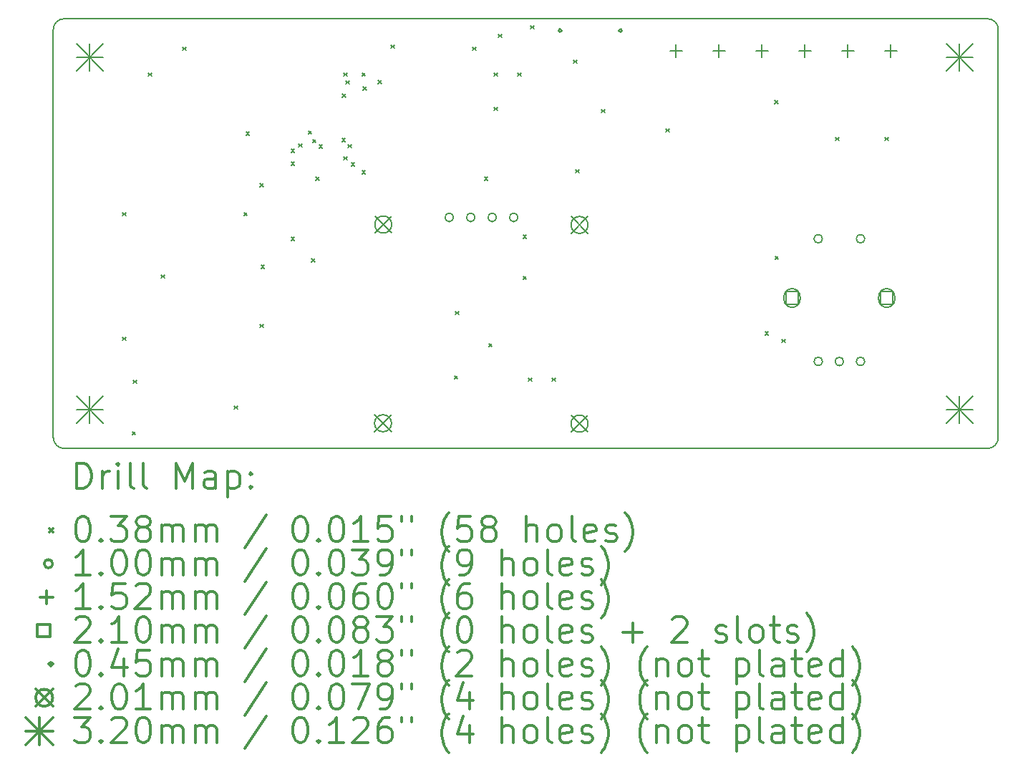
<source format=gbr>
%FSLAX45Y45*%
G04 Gerber Fmt 4.5, Leading zero omitted, Abs format (unit mm)*
G04 Created by KiCad (PCBNEW (5.1.6)-1) date 2021-08-19 23:31:27*
%MOMM*%
%LPD*%
G01*
G04 APERTURE LIST*
%TA.AperFunction,Profile*%
%ADD10C,0.149860*%
%TD*%
%TA.AperFunction,Profile*%
%ADD11C,0.150000*%
%TD*%
%ADD12C,0.200000*%
%ADD13C,0.300000*%
G04 APERTURE END LIST*
D10*
X6858000Y-10541000D02*
G75*
G02*
X6985000Y-10414000I127000J0D01*
G01*
X6985000Y-15494000D02*
G75*
G02*
X6858000Y-15367000I0J127000D01*
G01*
D11*
X17907000Y-10414000D02*
G75*
G02*
X18034000Y-10541000I0J-127000D01*
G01*
X18034000Y-15367000D02*
G75*
G02*
X17907000Y-15494000I-127000J0D01*
G01*
X6858000Y-10541000D02*
X6858000Y-15367000D01*
X17907000Y-10414000D02*
X6985000Y-10414000D01*
X18034000Y-15367000D02*
X18034000Y-10541000D01*
X6985000Y-15494000D02*
X17907000Y-15494000D01*
D12*
X7677150Y-12706350D02*
X7715250Y-12744450D01*
X7715250Y-12706350D02*
X7677150Y-12744450D01*
X7677150Y-14179550D02*
X7715250Y-14217650D01*
X7715250Y-14179550D02*
X7677150Y-14217650D01*
X7791450Y-15297150D02*
X7829550Y-15335250D01*
X7829550Y-15297150D02*
X7791450Y-15335250D01*
X7804150Y-14687550D02*
X7842250Y-14725650D01*
X7842250Y-14687550D02*
X7804150Y-14725650D01*
X7981950Y-11055350D02*
X8020050Y-11093450D01*
X8020050Y-11055350D02*
X7981950Y-11093450D01*
X8134350Y-13442950D02*
X8172450Y-13481050D01*
X8172450Y-13442950D02*
X8134350Y-13481050D01*
X8388350Y-10750550D02*
X8426450Y-10788650D01*
X8426450Y-10750550D02*
X8388350Y-10788650D01*
X8997950Y-14992350D02*
X9036050Y-15030450D01*
X9036050Y-14992350D02*
X8997950Y-15030450D01*
X9112250Y-12706350D02*
X9150350Y-12744450D01*
X9150350Y-12706350D02*
X9112250Y-12744450D01*
X9137650Y-11753850D02*
X9175750Y-11791950D01*
X9175750Y-11753850D02*
X9137650Y-11791950D01*
X9302750Y-12363450D02*
X9340850Y-12401550D01*
X9340850Y-12363450D02*
X9302750Y-12401550D01*
X9302750Y-14027150D02*
X9340850Y-14065250D01*
X9340850Y-14027150D02*
X9302750Y-14065250D01*
X9315450Y-13328650D02*
X9353550Y-13366750D01*
X9353550Y-13328650D02*
X9315450Y-13366750D01*
X9671050Y-11957050D02*
X9709150Y-11995150D01*
X9709150Y-11957050D02*
X9671050Y-11995150D01*
X9671050Y-12109450D02*
X9709150Y-12147550D01*
X9709150Y-12109450D02*
X9671050Y-12147550D01*
X9671050Y-12998450D02*
X9709150Y-13036550D01*
X9709150Y-12998450D02*
X9671050Y-13036550D01*
X9759950Y-11893550D02*
X9798050Y-11931650D01*
X9798050Y-11893550D02*
X9759950Y-11931650D01*
X9874250Y-11741150D02*
X9912350Y-11779250D01*
X9912350Y-11741150D02*
X9874250Y-11779250D01*
X9912350Y-13252450D02*
X9950450Y-13290550D01*
X9950450Y-13252450D02*
X9912350Y-13290550D01*
X9925050Y-11842750D02*
X9963150Y-11880850D01*
X9963150Y-11842750D02*
X9925050Y-11880850D01*
X9963150Y-12287250D02*
X10001250Y-12325350D01*
X10001250Y-12287250D02*
X9963150Y-12325350D01*
X10001250Y-11906250D02*
X10039350Y-11944350D01*
X10039350Y-11906250D02*
X10001250Y-11944350D01*
X10271760Y-11830050D02*
X10309860Y-11868150D01*
X10309860Y-11830050D02*
X10271760Y-11868150D01*
X10277446Y-11306146D02*
X10315546Y-11344246D01*
X10315546Y-11306146D02*
X10277446Y-11344246D01*
X10293350Y-11055347D02*
X10331450Y-11093447D01*
X10331450Y-11055347D02*
X10293350Y-11093447D01*
X10293350Y-12045950D02*
X10331450Y-12084050D01*
X10331450Y-12045950D02*
X10293350Y-12084050D01*
X10319867Y-11148159D02*
X10357967Y-11186259D01*
X10357967Y-11148159D02*
X10319867Y-11186259D01*
X10344150Y-11902440D02*
X10382250Y-11940540D01*
X10382250Y-11902440D02*
X10344150Y-11940540D01*
X10382250Y-12118340D02*
X10420350Y-12156440D01*
X10420350Y-12118340D02*
X10382250Y-12156440D01*
X10509250Y-11055350D02*
X10547350Y-11093450D01*
X10547350Y-11055350D02*
X10509250Y-11093450D01*
X10509250Y-12211050D02*
X10547350Y-12249150D01*
X10547350Y-12211050D02*
X10509250Y-12249150D01*
X10521950Y-11220450D02*
X10560050Y-11258550D01*
X10560050Y-11220450D02*
X10521950Y-11258550D01*
X10699750Y-11144250D02*
X10737850Y-11182350D01*
X10737850Y-11144250D02*
X10699750Y-11182350D01*
X10852150Y-10725150D02*
X10890250Y-10763250D01*
X10890250Y-10725150D02*
X10852150Y-10763250D01*
X11601450Y-14636750D02*
X11639550Y-14674850D01*
X11639550Y-14636750D02*
X11601450Y-14674850D01*
X11614150Y-13874750D02*
X11652250Y-13912850D01*
X11652250Y-13874750D02*
X11614150Y-13912850D01*
X11817350Y-10750550D02*
X11855450Y-10788650D01*
X11855450Y-10750550D02*
X11817350Y-10788650D01*
X11957050Y-12287250D02*
X11995150Y-12325350D01*
X11995150Y-12287250D02*
X11957050Y-12325350D01*
X12007850Y-14255750D02*
X12045950Y-14293850D01*
X12045950Y-14255750D02*
X12007850Y-14293850D01*
X12071350Y-11055350D02*
X12109450Y-11093450D01*
X12109450Y-11055350D02*
X12071350Y-11093450D01*
X12071350Y-11461750D02*
X12109450Y-11499850D01*
X12109450Y-11461750D02*
X12071350Y-11499850D01*
X12122150Y-10598150D02*
X12160250Y-10636250D01*
X12160250Y-10598150D02*
X12122150Y-10636250D01*
X12350750Y-11055350D02*
X12388850Y-11093450D01*
X12388850Y-11055350D02*
X12350750Y-11093450D01*
X12414250Y-12973050D02*
X12452350Y-13011150D01*
X12452350Y-12973050D02*
X12414250Y-13011150D01*
X12414250Y-13459460D02*
X12452350Y-13497560D01*
X12452350Y-13459460D02*
X12414250Y-13497560D01*
X12477750Y-14662150D02*
X12515850Y-14700250D01*
X12515850Y-14662150D02*
X12477750Y-14700250D01*
X12503150Y-10496550D02*
X12541250Y-10534650D01*
X12541250Y-10496550D02*
X12503150Y-10534650D01*
X12757150Y-14662150D02*
X12795250Y-14700250D01*
X12795250Y-14662150D02*
X12757150Y-14700250D01*
X13011150Y-10902950D02*
X13049250Y-10941050D01*
X13049250Y-10902950D02*
X13011150Y-10941050D01*
X13036550Y-12198350D02*
X13074650Y-12236450D01*
X13074650Y-12198350D02*
X13036550Y-12236450D01*
X13341350Y-11487150D02*
X13379450Y-11525250D01*
X13379450Y-11487150D02*
X13341350Y-11525250D01*
X14103350Y-11715750D02*
X14141450Y-11753850D01*
X14141450Y-11715750D02*
X14103350Y-11753850D01*
X15275560Y-14116050D02*
X15313660Y-14154150D01*
X15313660Y-14116050D02*
X15275560Y-14154150D01*
X15392400Y-11379200D02*
X15430500Y-11417300D01*
X15430500Y-11379200D02*
X15392400Y-11417300D01*
X15395545Y-13223845D02*
X15433645Y-13261945D01*
X15433645Y-13223845D02*
X15395545Y-13261945D01*
X15474950Y-14204950D02*
X15513050Y-14243050D01*
X15513050Y-14204950D02*
X15474950Y-14243050D01*
X16109950Y-11817350D02*
X16148050Y-11855450D01*
X16148050Y-11817350D02*
X16109950Y-11855450D01*
X16694150Y-11817350D02*
X16732250Y-11855450D01*
X16732250Y-11817350D02*
X16694150Y-11855450D01*
X11590490Y-12763500D02*
G75*
G03*
X11590490Y-12763500I-50000J0D01*
G01*
X11844490Y-12763500D02*
G75*
G03*
X11844490Y-12763500I-50000J0D01*
G01*
X12098490Y-12763500D02*
G75*
G03*
X12098490Y-12763500I-50000J0D01*
G01*
X12352490Y-12763500D02*
G75*
G03*
X12352490Y-12763500I-50000J0D01*
G01*
X15954400Y-13016000D02*
G75*
G03*
X15954400Y-13016000I-50000J0D01*
G01*
X15954400Y-14466000D02*
G75*
G03*
X15954400Y-14466000I-50000J0D01*
G01*
X16204400Y-14466000D02*
G75*
G03*
X16204400Y-14466000I-50000J0D01*
G01*
X16454400Y-13016000D02*
G75*
G03*
X16454400Y-13016000I-50000J0D01*
G01*
X16454400Y-14466000D02*
G75*
G03*
X16454400Y-14466000I-50000J0D01*
G01*
X14224000Y-10719000D02*
X14224000Y-10871000D01*
X14148000Y-10795000D02*
X14300000Y-10795000D01*
X14732000Y-10719000D02*
X14732000Y-10871000D01*
X14656000Y-10795000D02*
X14808000Y-10795000D01*
X15240000Y-10719000D02*
X15240000Y-10871000D01*
X15164000Y-10795000D02*
X15316000Y-10795000D01*
X15748000Y-10719000D02*
X15748000Y-10871000D01*
X15672000Y-10795000D02*
X15824000Y-10795000D01*
X16256000Y-10719000D02*
X16256000Y-10871000D01*
X16180000Y-10795000D02*
X16332000Y-10795000D01*
X16764000Y-10719000D02*
X16764000Y-10871000D01*
X16688000Y-10795000D02*
X16840000Y-10795000D01*
X15668647Y-13790247D02*
X15668647Y-13641753D01*
X15520153Y-13641753D01*
X15520153Y-13790247D01*
X15668647Y-13790247D01*
X15499400Y-13701000D02*
X15499400Y-13731000D01*
X15689400Y-13701000D02*
X15689400Y-13731000D01*
X15499400Y-13731000D02*
G75*
G03*
X15689400Y-13731000I95000J0D01*
G01*
X15689400Y-13701000D02*
G75*
G03*
X15499400Y-13701000I-95000J0D01*
G01*
X16788647Y-13790247D02*
X16788647Y-13641753D01*
X16640153Y-13641753D01*
X16640153Y-13790247D01*
X16788647Y-13790247D01*
X16619400Y-13701000D02*
X16619400Y-13731000D01*
X16809400Y-13701000D02*
X16809400Y-13731000D01*
X16619400Y-13731000D02*
G75*
G03*
X16809400Y-13731000I95000J0D01*
G01*
X16809400Y-13701000D02*
G75*
G03*
X16619400Y-13701000I-95000J0D01*
G01*
X12850500Y-10576200D02*
X12873000Y-10553700D01*
X12850500Y-10531200D01*
X12828000Y-10553700D01*
X12850500Y-10576200D01*
X13565500Y-10576200D02*
X13588000Y-10553700D01*
X13565500Y-10531200D01*
X13543000Y-10553700D01*
X13565500Y-10576200D01*
X10656570Y-15096490D02*
X10857230Y-15297150D01*
X10857230Y-15096490D02*
X10656570Y-15297150D01*
X10857230Y-15196820D02*
G75*
G03*
X10857230Y-15196820I-100330J0D01*
G01*
X10660126Y-12747244D02*
X10860786Y-12947904D01*
X10860786Y-12747244D02*
X10660126Y-12947904D01*
X10860786Y-12847574D02*
G75*
G03*
X10860786Y-12847574I-100330J0D01*
G01*
X12980670Y-12752070D02*
X13181330Y-12952730D01*
X13181330Y-12752070D02*
X12980670Y-12952730D01*
X13181330Y-12852400D02*
G75*
G03*
X13181330Y-12852400I-100330J0D01*
G01*
X12980670Y-15101570D02*
X13181330Y-15302230D01*
X13181330Y-15101570D02*
X12980670Y-15302230D01*
X13181330Y-15201900D02*
G75*
G03*
X13181330Y-15201900I-100330J0D01*
G01*
X17416800Y-10711200D02*
X17736800Y-11031200D01*
X17736800Y-10711200D02*
X17416800Y-11031200D01*
X17576800Y-10711200D02*
X17576800Y-11031200D01*
X17416800Y-10871200D02*
X17736800Y-10871200D01*
X7129800Y-10711200D02*
X7449800Y-11031200D01*
X7449800Y-10711200D02*
X7129800Y-11031200D01*
X7289800Y-10711200D02*
X7289800Y-11031200D01*
X7129800Y-10871200D02*
X7449800Y-10871200D01*
X7129800Y-14876800D02*
X7449800Y-15196800D01*
X7449800Y-14876800D02*
X7129800Y-15196800D01*
X7289800Y-14876800D02*
X7289800Y-15196800D01*
X7129800Y-15036800D02*
X7449800Y-15036800D01*
X17416800Y-14876800D02*
X17736800Y-15196800D01*
X17736800Y-14876800D02*
X17416800Y-15196800D01*
X17576800Y-14876800D02*
X17576800Y-15196800D01*
X17416800Y-15036800D02*
X17736800Y-15036800D01*
D13*
X7136928Y-15967214D02*
X7136928Y-15667214D01*
X7208357Y-15667214D01*
X7251214Y-15681500D01*
X7279786Y-15710071D01*
X7294071Y-15738643D01*
X7308357Y-15795786D01*
X7308357Y-15838643D01*
X7294071Y-15895786D01*
X7279786Y-15924357D01*
X7251214Y-15952929D01*
X7208357Y-15967214D01*
X7136928Y-15967214D01*
X7436928Y-15967214D02*
X7436928Y-15767214D01*
X7436928Y-15824357D02*
X7451214Y-15795786D01*
X7465500Y-15781500D01*
X7494071Y-15767214D01*
X7522643Y-15767214D01*
X7622643Y-15967214D02*
X7622643Y-15767214D01*
X7622643Y-15667214D02*
X7608357Y-15681500D01*
X7622643Y-15695786D01*
X7636928Y-15681500D01*
X7622643Y-15667214D01*
X7622643Y-15695786D01*
X7808357Y-15967214D02*
X7779786Y-15952929D01*
X7765500Y-15924357D01*
X7765500Y-15667214D01*
X7965500Y-15967214D02*
X7936928Y-15952929D01*
X7922643Y-15924357D01*
X7922643Y-15667214D01*
X8308357Y-15967214D02*
X8308357Y-15667214D01*
X8408357Y-15881500D01*
X8508357Y-15667214D01*
X8508357Y-15967214D01*
X8779786Y-15967214D02*
X8779786Y-15810071D01*
X8765500Y-15781500D01*
X8736928Y-15767214D01*
X8679786Y-15767214D01*
X8651214Y-15781500D01*
X8779786Y-15952929D02*
X8751214Y-15967214D01*
X8679786Y-15967214D01*
X8651214Y-15952929D01*
X8636928Y-15924357D01*
X8636928Y-15895786D01*
X8651214Y-15867214D01*
X8679786Y-15852929D01*
X8751214Y-15852929D01*
X8779786Y-15838643D01*
X8922643Y-15767214D02*
X8922643Y-16067214D01*
X8922643Y-15781500D02*
X8951214Y-15767214D01*
X9008357Y-15767214D01*
X9036928Y-15781500D01*
X9051214Y-15795786D01*
X9065500Y-15824357D01*
X9065500Y-15910071D01*
X9051214Y-15938643D01*
X9036928Y-15952929D01*
X9008357Y-15967214D01*
X8951214Y-15967214D01*
X8922643Y-15952929D01*
X9194071Y-15938643D02*
X9208357Y-15952929D01*
X9194071Y-15967214D01*
X9179786Y-15952929D01*
X9194071Y-15938643D01*
X9194071Y-15967214D01*
X9194071Y-15781500D02*
X9208357Y-15795786D01*
X9194071Y-15810071D01*
X9179786Y-15795786D01*
X9194071Y-15781500D01*
X9194071Y-15810071D01*
X6812400Y-16442450D02*
X6850500Y-16480550D01*
X6850500Y-16442450D02*
X6812400Y-16480550D01*
X7194071Y-16297214D02*
X7222643Y-16297214D01*
X7251214Y-16311500D01*
X7265500Y-16325786D01*
X7279786Y-16354357D01*
X7294071Y-16411500D01*
X7294071Y-16482929D01*
X7279786Y-16540071D01*
X7265500Y-16568643D01*
X7251214Y-16582929D01*
X7222643Y-16597214D01*
X7194071Y-16597214D01*
X7165500Y-16582929D01*
X7151214Y-16568643D01*
X7136928Y-16540071D01*
X7122643Y-16482929D01*
X7122643Y-16411500D01*
X7136928Y-16354357D01*
X7151214Y-16325786D01*
X7165500Y-16311500D01*
X7194071Y-16297214D01*
X7422643Y-16568643D02*
X7436928Y-16582929D01*
X7422643Y-16597214D01*
X7408357Y-16582929D01*
X7422643Y-16568643D01*
X7422643Y-16597214D01*
X7536928Y-16297214D02*
X7722643Y-16297214D01*
X7622643Y-16411500D01*
X7665500Y-16411500D01*
X7694071Y-16425786D01*
X7708357Y-16440071D01*
X7722643Y-16468643D01*
X7722643Y-16540071D01*
X7708357Y-16568643D01*
X7694071Y-16582929D01*
X7665500Y-16597214D01*
X7579786Y-16597214D01*
X7551214Y-16582929D01*
X7536928Y-16568643D01*
X7894071Y-16425786D02*
X7865500Y-16411500D01*
X7851214Y-16397214D01*
X7836928Y-16368643D01*
X7836928Y-16354357D01*
X7851214Y-16325786D01*
X7865500Y-16311500D01*
X7894071Y-16297214D01*
X7951214Y-16297214D01*
X7979786Y-16311500D01*
X7994071Y-16325786D01*
X8008357Y-16354357D01*
X8008357Y-16368643D01*
X7994071Y-16397214D01*
X7979786Y-16411500D01*
X7951214Y-16425786D01*
X7894071Y-16425786D01*
X7865500Y-16440071D01*
X7851214Y-16454357D01*
X7836928Y-16482929D01*
X7836928Y-16540071D01*
X7851214Y-16568643D01*
X7865500Y-16582929D01*
X7894071Y-16597214D01*
X7951214Y-16597214D01*
X7979786Y-16582929D01*
X7994071Y-16568643D01*
X8008357Y-16540071D01*
X8008357Y-16482929D01*
X7994071Y-16454357D01*
X7979786Y-16440071D01*
X7951214Y-16425786D01*
X8136928Y-16597214D02*
X8136928Y-16397214D01*
X8136928Y-16425786D02*
X8151214Y-16411500D01*
X8179786Y-16397214D01*
X8222643Y-16397214D01*
X8251214Y-16411500D01*
X8265500Y-16440071D01*
X8265500Y-16597214D01*
X8265500Y-16440071D02*
X8279786Y-16411500D01*
X8308357Y-16397214D01*
X8351214Y-16397214D01*
X8379786Y-16411500D01*
X8394071Y-16440071D01*
X8394071Y-16597214D01*
X8536928Y-16597214D02*
X8536928Y-16397214D01*
X8536928Y-16425786D02*
X8551214Y-16411500D01*
X8579786Y-16397214D01*
X8622643Y-16397214D01*
X8651214Y-16411500D01*
X8665500Y-16440071D01*
X8665500Y-16597214D01*
X8665500Y-16440071D02*
X8679786Y-16411500D01*
X8708357Y-16397214D01*
X8751214Y-16397214D01*
X8779786Y-16411500D01*
X8794071Y-16440071D01*
X8794071Y-16597214D01*
X9379786Y-16282929D02*
X9122643Y-16668643D01*
X9765500Y-16297214D02*
X9794071Y-16297214D01*
X9822643Y-16311500D01*
X9836928Y-16325786D01*
X9851214Y-16354357D01*
X9865500Y-16411500D01*
X9865500Y-16482929D01*
X9851214Y-16540071D01*
X9836928Y-16568643D01*
X9822643Y-16582929D01*
X9794071Y-16597214D01*
X9765500Y-16597214D01*
X9736928Y-16582929D01*
X9722643Y-16568643D01*
X9708357Y-16540071D01*
X9694071Y-16482929D01*
X9694071Y-16411500D01*
X9708357Y-16354357D01*
X9722643Y-16325786D01*
X9736928Y-16311500D01*
X9765500Y-16297214D01*
X9994071Y-16568643D02*
X10008357Y-16582929D01*
X9994071Y-16597214D01*
X9979786Y-16582929D01*
X9994071Y-16568643D01*
X9994071Y-16597214D01*
X10194071Y-16297214D02*
X10222643Y-16297214D01*
X10251214Y-16311500D01*
X10265500Y-16325786D01*
X10279786Y-16354357D01*
X10294071Y-16411500D01*
X10294071Y-16482929D01*
X10279786Y-16540071D01*
X10265500Y-16568643D01*
X10251214Y-16582929D01*
X10222643Y-16597214D01*
X10194071Y-16597214D01*
X10165500Y-16582929D01*
X10151214Y-16568643D01*
X10136928Y-16540071D01*
X10122643Y-16482929D01*
X10122643Y-16411500D01*
X10136928Y-16354357D01*
X10151214Y-16325786D01*
X10165500Y-16311500D01*
X10194071Y-16297214D01*
X10579786Y-16597214D02*
X10408357Y-16597214D01*
X10494071Y-16597214D02*
X10494071Y-16297214D01*
X10465500Y-16340071D01*
X10436928Y-16368643D01*
X10408357Y-16382929D01*
X10851214Y-16297214D02*
X10708357Y-16297214D01*
X10694071Y-16440071D01*
X10708357Y-16425786D01*
X10736928Y-16411500D01*
X10808357Y-16411500D01*
X10836928Y-16425786D01*
X10851214Y-16440071D01*
X10865500Y-16468643D01*
X10865500Y-16540071D01*
X10851214Y-16568643D01*
X10836928Y-16582929D01*
X10808357Y-16597214D01*
X10736928Y-16597214D01*
X10708357Y-16582929D01*
X10694071Y-16568643D01*
X10979786Y-16297214D02*
X10979786Y-16354357D01*
X11094071Y-16297214D02*
X11094071Y-16354357D01*
X11536928Y-16711500D02*
X11522643Y-16697214D01*
X11494071Y-16654357D01*
X11479786Y-16625786D01*
X11465500Y-16582929D01*
X11451214Y-16511500D01*
X11451214Y-16454357D01*
X11465500Y-16382929D01*
X11479786Y-16340071D01*
X11494071Y-16311500D01*
X11522643Y-16268643D01*
X11536928Y-16254357D01*
X11794071Y-16297214D02*
X11651214Y-16297214D01*
X11636928Y-16440071D01*
X11651214Y-16425786D01*
X11679786Y-16411500D01*
X11751214Y-16411500D01*
X11779786Y-16425786D01*
X11794071Y-16440071D01*
X11808357Y-16468643D01*
X11808357Y-16540071D01*
X11794071Y-16568643D01*
X11779786Y-16582929D01*
X11751214Y-16597214D01*
X11679786Y-16597214D01*
X11651214Y-16582929D01*
X11636928Y-16568643D01*
X11979786Y-16425786D02*
X11951214Y-16411500D01*
X11936928Y-16397214D01*
X11922643Y-16368643D01*
X11922643Y-16354357D01*
X11936928Y-16325786D01*
X11951214Y-16311500D01*
X11979786Y-16297214D01*
X12036928Y-16297214D01*
X12065500Y-16311500D01*
X12079786Y-16325786D01*
X12094071Y-16354357D01*
X12094071Y-16368643D01*
X12079786Y-16397214D01*
X12065500Y-16411500D01*
X12036928Y-16425786D01*
X11979786Y-16425786D01*
X11951214Y-16440071D01*
X11936928Y-16454357D01*
X11922643Y-16482929D01*
X11922643Y-16540071D01*
X11936928Y-16568643D01*
X11951214Y-16582929D01*
X11979786Y-16597214D01*
X12036928Y-16597214D01*
X12065500Y-16582929D01*
X12079786Y-16568643D01*
X12094071Y-16540071D01*
X12094071Y-16482929D01*
X12079786Y-16454357D01*
X12065500Y-16440071D01*
X12036928Y-16425786D01*
X12451214Y-16597214D02*
X12451214Y-16297214D01*
X12579786Y-16597214D02*
X12579786Y-16440071D01*
X12565500Y-16411500D01*
X12536928Y-16397214D01*
X12494071Y-16397214D01*
X12465500Y-16411500D01*
X12451214Y-16425786D01*
X12765500Y-16597214D02*
X12736928Y-16582929D01*
X12722643Y-16568643D01*
X12708357Y-16540071D01*
X12708357Y-16454357D01*
X12722643Y-16425786D01*
X12736928Y-16411500D01*
X12765500Y-16397214D01*
X12808357Y-16397214D01*
X12836928Y-16411500D01*
X12851214Y-16425786D01*
X12865500Y-16454357D01*
X12865500Y-16540071D01*
X12851214Y-16568643D01*
X12836928Y-16582929D01*
X12808357Y-16597214D01*
X12765500Y-16597214D01*
X13036928Y-16597214D02*
X13008357Y-16582929D01*
X12994071Y-16554357D01*
X12994071Y-16297214D01*
X13265500Y-16582929D02*
X13236928Y-16597214D01*
X13179786Y-16597214D01*
X13151214Y-16582929D01*
X13136928Y-16554357D01*
X13136928Y-16440071D01*
X13151214Y-16411500D01*
X13179786Y-16397214D01*
X13236928Y-16397214D01*
X13265500Y-16411500D01*
X13279786Y-16440071D01*
X13279786Y-16468643D01*
X13136928Y-16497214D01*
X13394071Y-16582929D02*
X13422643Y-16597214D01*
X13479786Y-16597214D01*
X13508357Y-16582929D01*
X13522643Y-16554357D01*
X13522643Y-16540071D01*
X13508357Y-16511500D01*
X13479786Y-16497214D01*
X13436928Y-16497214D01*
X13408357Y-16482929D01*
X13394071Y-16454357D01*
X13394071Y-16440071D01*
X13408357Y-16411500D01*
X13436928Y-16397214D01*
X13479786Y-16397214D01*
X13508357Y-16411500D01*
X13622643Y-16711500D02*
X13636928Y-16697214D01*
X13665500Y-16654357D01*
X13679786Y-16625786D01*
X13694071Y-16582929D01*
X13708357Y-16511500D01*
X13708357Y-16454357D01*
X13694071Y-16382929D01*
X13679786Y-16340071D01*
X13665500Y-16311500D01*
X13636928Y-16268643D01*
X13622643Y-16254357D01*
X6850500Y-16857500D02*
G75*
G03*
X6850500Y-16857500I-50000J0D01*
G01*
X7294071Y-16993214D02*
X7122643Y-16993214D01*
X7208357Y-16993214D02*
X7208357Y-16693214D01*
X7179786Y-16736071D01*
X7151214Y-16764643D01*
X7122643Y-16778929D01*
X7422643Y-16964643D02*
X7436928Y-16978929D01*
X7422643Y-16993214D01*
X7408357Y-16978929D01*
X7422643Y-16964643D01*
X7422643Y-16993214D01*
X7622643Y-16693214D02*
X7651214Y-16693214D01*
X7679786Y-16707500D01*
X7694071Y-16721786D01*
X7708357Y-16750357D01*
X7722643Y-16807500D01*
X7722643Y-16878929D01*
X7708357Y-16936072D01*
X7694071Y-16964643D01*
X7679786Y-16978929D01*
X7651214Y-16993214D01*
X7622643Y-16993214D01*
X7594071Y-16978929D01*
X7579786Y-16964643D01*
X7565500Y-16936072D01*
X7551214Y-16878929D01*
X7551214Y-16807500D01*
X7565500Y-16750357D01*
X7579786Y-16721786D01*
X7594071Y-16707500D01*
X7622643Y-16693214D01*
X7908357Y-16693214D02*
X7936928Y-16693214D01*
X7965500Y-16707500D01*
X7979786Y-16721786D01*
X7994071Y-16750357D01*
X8008357Y-16807500D01*
X8008357Y-16878929D01*
X7994071Y-16936072D01*
X7979786Y-16964643D01*
X7965500Y-16978929D01*
X7936928Y-16993214D01*
X7908357Y-16993214D01*
X7879786Y-16978929D01*
X7865500Y-16964643D01*
X7851214Y-16936072D01*
X7836928Y-16878929D01*
X7836928Y-16807500D01*
X7851214Y-16750357D01*
X7865500Y-16721786D01*
X7879786Y-16707500D01*
X7908357Y-16693214D01*
X8136928Y-16993214D02*
X8136928Y-16793214D01*
X8136928Y-16821786D02*
X8151214Y-16807500D01*
X8179786Y-16793214D01*
X8222643Y-16793214D01*
X8251214Y-16807500D01*
X8265500Y-16836072D01*
X8265500Y-16993214D01*
X8265500Y-16836072D02*
X8279786Y-16807500D01*
X8308357Y-16793214D01*
X8351214Y-16793214D01*
X8379786Y-16807500D01*
X8394071Y-16836072D01*
X8394071Y-16993214D01*
X8536928Y-16993214D02*
X8536928Y-16793214D01*
X8536928Y-16821786D02*
X8551214Y-16807500D01*
X8579786Y-16793214D01*
X8622643Y-16793214D01*
X8651214Y-16807500D01*
X8665500Y-16836072D01*
X8665500Y-16993214D01*
X8665500Y-16836072D02*
X8679786Y-16807500D01*
X8708357Y-16793214D01*
X8751214Y-16793214D01*
X8779786Y-16807500D01*
X8794071Y-16836072D01*
X8794071Y-16993214D01*
X9379786Y-16678929D02*
X9122643Y-17064643D01*
X9765500Y-16693214D02*
X9794071Y-16693214D01*
X9822643Y-16707500D01*
X9836928Y-16721786D01*
X9851214Y-16750357D01*
X9865500Y-16807500D01*
X9865500Y-16878929D01*
X9851214Y-16936072D01*
X9836928Y-16964643D01*
X9822643Y-16978929D01*
X9794071Y-16993214D01*
X9765500Y-16993214D01*
X9736928Y-16978929D01*
X9722643Y-16964643D01*
X9708357Y-16936072D01*
X9694071Y-16878929D01*
X9694071Y-16807500D01*
X9708357Y-16750357D01*
X9722643Y-16721786D01*
X9736928Y-16707500D01*
X9765500Y-16693214D01*
X9994071Y-16964643D02*
X10008357Y-16978929D01*
X9994071Y-16993214D01*
X9979786Y-16978929D01*
X9994071Y-16964643D01*
X9994071Y-16993214D01*
X10194071Y-16693214D02*
X10222643Y-16693214D01*
X10251214Y-16707500D01*
X10265500Y-16721786D01*
X10279786Y-16750357D01*
X10294071Y-16807500D01*
X10294071Y-16878929D01*
X10279786Y-16936072D01*
X10265500Y-16964643D01*
X10251214Y-16978929D01*
X10222643Y-16993214D01*
X10194071Y-16993214D01*
X10165500Y-16978929D01*
X10151214Y-16964643D01*
X10136928Y-16936072D01*
X10122643Y-16878929D01*
X10122643Y-16807500D01*
X10136928Y-16750357D01*
X10151214Y-16721786D01*
X10165500Y-16707500D01*
X10194071Y-16693214D01*
X10394071Y-16693214D02*
X10579786Y-16693214D01*
X10479786Y-16807500D01*
X10522643Y-16807500D01*
X10551214Y-16821786D01*
X10565500Y-16836072D01*
X10579786Y-16864643D01*
X10579786Y-16936072D01*
X10565500Y-16964643D01*
X10551214Y-16978929D01*
X10522643Y-16993214D01*
X10436928Y-16993214D01*
X10408357Y-16978929D01*
X10394071Y-16964643D01*
X10722643Y-16993214D02*
X10779786Y-16993214D01*
X10808357Y-16978929D01*
X10822643Y-16964643D01*
X10851214Y-16921786D01*
X10865500Y-16864643D01*
X10865500Y-16750357D01*
X10851214Y-16721786D01*
X10836928Y-16707500D01*
X10808357Y-16693214D01*
X10751214Y-16693214D01*
X10722643Y-16707500D01*
X10708357Y-16721786D01*
X10694071Y-16750357D01*
X10694071Y-16821786D01*
X10708357Y-16850357D01*
X10722643Y-16864643D01*
X10751214Y-16878929D01*
X10808357Y-16878929D01*
X10836928Y-16864643D01*
X10851214Y-16850357D01*
X10865500Y-16821786D01*
X10979786Y-16693214D02*
X10979786Y-16750357D01*
X11094071Y-16693214D02*
X11094071Y-16750357D01*
X11536928Y-17107500D02*
X11522643Y-17093214D01*
X11494071Y-17050357D01*
X11479786Y-17021786D01*
X11465500Y-16978929D01*
X11451214Y-16907500D01*
X11451214Y-16850357D01*
X11465500Y-16778929D01*
X11479786Y-16736071D01*
X11494071Y-16707500D01*
X11522643Y-16664643D01*
X11536928Y-16650357D01*
X11665500Y-16993214D02*
X11722643Y-16993214D01*
X11751214Y-16978929D01*
X11765500Y-16964643D01*
X11794071Y-16921786D01*
X11808357Y-16864643D01*
X11808357Y-16750357D01*
X11794071Y-16721786D01*
X11779786Y-16707500D01*
X11751214Y-16693214D01*
X11694071Y-16693214D01*
X11665500Y-16707500D01*
X11651214Y-16721786D01*
X11636928Y-16750357D01*
X11636928Y-16821786D01*
X11651214Y-16850357D01*
X11665500Y-16864643D01*
X11694071Y-16878929D01*
X11751214Y-16878929D01*
X11779786Y-16864643D01*
X11794071Y-16850357D01*
X11808357Y-16821786D01*
X12165500Y-16993214D02*
X12165500Y-16693214D01*
X12294071Y-16993214D02*
X12294071Y-16836072D01*
X12279786Y-16807500D01*
X12251214Y-16793214D01*
X12208357Y-16793214D01*
X12179786Y-16807500D01*
X12165500Y-16821786D01*
X12479786Y-16993214D02*
X12451214Y-16978929D01*
X12436928Y-16964643D01*
X12422643Y-16936072D01*
X12422643Y-16850357D01*
X12436928Y-16821786D01*
X12451214Y-16807500D01*
X12479786Y-16793214D01*
X12522643Y-16793214D01*
X12551214Y-16807500D01*
X12565500Y-16821786D01*
X12579786Y-16850357D01*
X12579786Y-16936072D01*
X12565500Y-16964643D01*
X12551214Y-16978929D01*
X12522643Y-16993214D01*
X12479786Y-16993214D01*
X12751214Y-16993214D02*
X12722643Y-16978929D01*
X12708357Y-16950357D01*
X12708357Y-16693214D01*
X12979786Y-16978929D02*
X12951214Y-16993214D01*
X12894071Y-16993214D01*
X12865500Y-16978929D01*
X12851214Y-16950357D01*
X12851214Y-16836072D01*
X12865500Y-16807500D01*
X12894071Y-16793214D01*
X12951214Y-16793214D01*
X12979786Y-16807500D01*
X12994071Y-16836072D01*
X12994071Y-16864643D01*
X12851214Y-16893214D01*
X13108357Y-16978929D02*
X13136928Y-16993214D01*
X13194071Y-16993214D01*
X13222643Y-16978929D01*
X13236928Y-16950357D01*
X13236928Y-16936072D01*
X13222643Y-16907500D01*
X13194071Y-16893214D01*
X13151214Y-16893214D01*
X13122643Y-16878929D01*
X13108357Y-16850357D01*
X13108357Y-16836072D01*
X13122643Y-16807500D01*
X13151214Y-16793214D01*
X13194071Y-16793214D01*
X13222643Y-16807500D01*
X13336928Y-17107500D02*
X13351214Y-17093214D01*
X13379786Y-17050357D01*
X13394071Y-17021786D01*
X13408357Y-16978929D01*
X13422643Y-16907500D01*
X13422643Y-16850357D01*
X13408357Y-16778929D01*
X13394071Y-16736071D01*
X13379786Y-16707500D01*
X13351214Y-16664643D01*
X13336928Y-16650357D01*
X6774500Y-17177500D02*
X6774500Y-17329500D01*
X6698500Y-17253500D02*
X6850500Y-17253500D01*
X7294071Y-17389214D02*
X7122643Y-17389214D01*
X7208357Y-17389214D02*
X7208357Y-17089214D01*
X7179786Y-17132072D01*
X7151214Y-17160643D01*
X7122643Y-17174929D01*
X7422643Y-17360643D02*
X7436928Y-17374929D01*
X7422643Y-17389214D01*
X7408357Y-17374929D01*
X7422643Y-17360643D01*
X7422643Y-17389214D01*
X7708357Y-17089214D02*
X7565500Y-17089214D01*
X7551214Y-17232072D01*
X7565500Y-17217786D01*
X7594071Y-17203500D01*
X7665500Y-17203500D01*
X7694071Y-17217786D01*
X7708357Y-17232072D01*
X7722643Y-17260643D01*
X7722643Y-17332072D01*
X7708357Y-17360643D01*
X7694071Y-17374929D01*
X7665500Y-17389214D01*
X7594071Y-17389214D01*
X7565500Y-17374929D01*
X7551214Y-17360643D01*
X7836928Y-17117786D02*
X7851214Y-17103500D01*
X7879786Y-17089214D01*
X7951214Y-17089214D01*
X7979786Y-17103500D01*
X7994071Y-17117786D01*
X8008357Y-17146357D01*
X8008357Y-17174929D01*
X7994071Y-17217786D01*
X7822643Y-17389214D01*
X8008357Y-17389214D01*
X8136928Y-17389214D02*
X8136928Y-17189214D01*
X8136928Y-17217786D02*
X8151214Y-17203500D01*
X8179786Y-17189214D01*
X8222643Y-17189214D01*
X8251214Y-17203500D01*
X8265500Y-17232072D01*
X8265500Y-17389214D01*
X8265500Y-17232072D02*
X8279786Y-17203500D01*
X8308357Y-17189214D01*
X8351214Y-17189214D01*
X8379786Y-17203500D01*
X8394071Y-17232072D01*
X8394071Y-17389214D01*
X8536928Y-17389214D02*
X8536928Y-17189214D01*
X8536928Y-17217786D02*
X8551214Y-17203500D01*
X8579786Y-17189214D01*
X8622643Y-17189214D01*
X8651214Y-17203500D01*
X8665500Y-17232072D01*
X8665500Y-17389214D01*
X8665500Y-17232072D02*
X8679786Y-17203500D01*
X8708357Y-17189214D01*
X8751214Y-17189214D01*
X8779786Y-17203500D01*
X8794071Y-17232072D01*
X8794071Y-17389214D01*
X9379786Y-17074929D02*
X9122643Y-17460643D01*
X9765500Y-17089214D02*
X9794071Y-17089214D01*
X9822643Y-17103500D01*
X9836928Y-17117786D01*
X9851214Y-17146357D01*
X9865500Y-17203500D01*
X9865500Y-17274929D01*
X9851214Y-17332072D01*
X9836928Y-17360643D01*
X9822643Y-17374929D01*
X9794071Y-17389214D01*
X9765500Y-17389214D01*
X9736928Y-17374929D01*
X9722643Y-17360643D01*
X9708357Y-17332072D01*
X9694071Y-17274929D01*
X9694071Y-17203500D01*
X9708357Y-17146357D01*
X9722643Y-17117786D01*
X9736928Y-17103500D01*
X9765500Y-17089214D01*
X9994071Y-17360643D02*
X10008357Y-17374929D01*
X9994071Y-17389214D01*
X9979786Y-17374929D01*
X9994071Y-17360643D01*
X9994071Y-17389214D01*
X10194071Y-17089214D02*
X10222643Y-17089214D01*
X10251214Y-17103500D01*
X10265500Y-17117786D01*
X10279786Y-17146357D01*
X10294071Y-17203500D01*
X10294071Y-17274929D01*
X10279786Y-17332072D01*
X10265500Y-17360643D01*
X10251214Y-17374929D01*
X10222643Y-17389214D01*
X10194071Y-17389214D01*
X10165500Y-17374929D01*
X10151214Y-17360643D01*
X10136928Y-17332072D01*
X10122643Y-17274929D01*
X10122643Y-17203500D01*
X10136928Y-17146357D01*
X10151214Y-17117786D01*
X10165500Y-17103500D01*
X10194071Y-17089214D01*
X10551214Y-17089214D02*
X10494071Y-17089214D01*
X10465500Y-17103500D01*
X10451214Y-17117786D01*
X10422643Y-17160643D01*
X10408357Y-17217786D01*
X10408357Y-17332072D01*
X10422643Y-17360643D01*
X10436928Y-17374929D01*
X10465500Y-17389214D01*
X10522643Y-17389214D01*
X10551214Y-17374929D01*
X10565500Y-17360643D01*
X10579786Y-17332072D01*
X10579786Y-17260643D01*
X10565500Y-17232072D01*
X10551214Y-17217786D01*
X10522643Y-17203500D01*
X10465500Y-17203500D01*
X10436928Y-17217786D01*
X10422643Y-17232072D01*
X10408357Y-17260643D01*
X10765500Y-17089214D02*
X10794071Y-17089214D01*
X10822643Y-17103500D01*
X10836928Y-17117786D01*
X10851214Y-17146357D01*
X10865500Y-17203500D01*
X10865500Y-17274929D01*
X10851214Y-17332072D01*
X10836928Y-17360643D01*
X10822643Y-17374929D01*
X10794071Y-17389214D01*
X10765500Y-17389214D01*
X10736928Y-17374929D01*
X10722643Y-17360643D01*
X10708357Y-17332072D01*
X10694071Y-17274929D01*
X10694071Y-17203500D01*
X10708357Y-17146357D01*
X10722643Y-17117786D01*
X10736928Y-17103500D01*
X10765500Y-17089214D01*
X10979786Y-17089214D02*
X10979786Y-17146357D01*
X11094071Y-17089214D02*
X11094071Y-17146357D01*
X11536928Y-17503500D02*
X11522643Y-17489214D01*
X11494071Y-17446357D01*
X11479786Y-17417786D01*
X11465500Y-17374929D01*
X11451214Y-17303500D01*
X11451214Y-17246357D01*
X11465500Y-17174929D01*
X11479786Y-17132072D01*
X11494071Y-17103500D01*
X11522643Y-17060643D01*
X11536928Y-17046357D01*
X11779786Y-17089214D02*
X11722643Y-17089214D01*
X11694071Y-17103500D01*
X11679786Y-17117786D01*
X11651214Y-17160643D01*
X11636928Y-17217786D01*
X11636928Y-17332072D01*
X11651214Y-17360643D01*
X11665500Y-17374929D01*
X11694071Y-17389214D01*
X11751214Y-17389214D01*
X11779786Y-17374929D01*
X11794071Y-17360643D01*
X11808357Y-17332072D01*
X11808357Y-17260643D01*
X11794071Y-17232072D01*
X11779786Y-17217786D01*
X11751214Y-17203500D01*
X11694071Y-17203500D01*
X11665500Y-17217786D01*
X11651214Y-17232072D01*
X11636928Y-17260643D01*
X12165500Y-17389214D02*
X12165500Y-17089214D01*
X12294071Y-17389214D02*
X12294071Y-17232072D01*
X12279786Y-17203500D01*
X12251214Y-17189214D01*
X12208357Y-17189214D01*
X12179786Y-17203500D01*
X12165500Y-17217786D01*
X12479786Y-17389214D02*
X12451214Y-17374929D01*
X12436928Y-17360643D01*
X12422643Y-17332072D01*
X12422643Y-17246357D01*
X12436928Y-17217786D01*
X12451214Y-17203500D01*
X12479786Y-17189214D01*
X12522643Y-17189214D01*
X12551214Y-17203500D01*
X12565500Y-17217786D01*
X12579786Y-17246357D01*
X12579786Y-17332072D01*
X12565500Y-17360643D01*
X12551214Y-17374929D01*
X12522643Y-17389214D01*
X12479786Y-17389214D01*
X12751214Y-17389214D02*
X12722643Y-17374929D01*
X12708357Y-17346357D01*
X12708357Y-17089214D01*
X12979786Y-17374929D02*
X12951214Y-17389214D01*
X12894071Y-17389214D01*
X12865500Y-17374929D01*
X12851214Y-17346357D01*
X12851214Y-17232072D01*
X12865500Y-17203500D01*
X12894071Y-17189214D01*
X12951214Y-17189214D01*
X12979786Y-17203500D01*
X12994071Y-17232072D01*
X12994071Y-17260643D01*
X12851214Y-17289214D01*
X13108357Y-17374929D02*
X13136928Y-17389214D01*
X13194071Y-17389214D01*
X13222643Y-17374929D01*
X13236928Y-17346357D01*
X13236928Y-17332072D01*
X13222643Y-17303500D01*
X13194071Y-17289214D01*
X13151214Y-17289214D01*
X13122643Y-17274929D01*
X13108357Y-17246357D01*
X13108357Y-17232072D01*
X13122643Y-17203500D01*
X13151214Y-17189214D01*
X13194071Y-17189214D01*
X13222643Y-17203500D01*
X13336928Y-17503500D02*
X13351214Y-17489214D01*
X13379786Y-17446357D01*
X13394071Y-17417786D01*
X13408357Y-17374929D01*
X13422643Y-17303500D01*
X13422643Y-17246357D01*
X13408357Y-17174929D01*
X13394071Y-17132072D01*
X13379786Y-17103500D01*
X13351214Y-17060643D01*
X13336928Y-17046357D01*
X6819747Y-17723747D02*
X6819747Y-17575253D01*
X6671253Y-17575253D01*
X6671253Y-17723747D01*
X6819747Y-17723747D01*
X7122643Y-17513786D02*
X7136928Y-17499500D01*
X7165500Y-17485214D01*
X7236928Y-17485214D01*
X7265500Y-17499500D01*
X7279786Y-17513786D01*
X7294071Y-17542357D01*
X7294071Y-17570929D01*
X7279786Y-17613786D01*
X7108357Y-17785214D01*
X7294071Y-17785214D01*
X7422643Y-17756643D02*
X7436928Y-17770929D01*
X7422643Y-17785214D01*
X7408357Y-17770929D01*
X7422643Y-17756643D01*
X7422643Y-17785214D01*
X7722643Y-17785214D02*
X7551214Y-17785214D01*
X7636928Y-17785214D02*
X7636928Y-17485214D01*
X7608357Y-17528072D01*
X7579786Y-17556643D01*
X7551214Y-17570929D01*
X7908357Y-17485214D02*
X7936928Y-17485214D01*
X7965500Y-17499500D01*
X7979786Y-17513786D01*
X7994071Y-17542357D01*
X8008357Y-17599500D01*
X8008357Y-17670929D01*
X7994071Y-17728072D01*
X7979786Y-17756643D01*
X7965500Y-17770929D01*
X7936928Y-17785214D01*
X7908357Y-17785214D01*
X7879786Y-17770929D01*
X7865500Y-17756643D01*
X7851214Y-17728072D01*
X7836928Y-17670929D01*
X7836928Y-17599500D01*
X7851214Y-17542357D01*
X7865500Y-17513786D01*
X7879786Y-17499500D01*
X7908357Y-17485214D01*
X8136928Y-17785214D02*
X8136928Y-17585214D01*
X8136928Y-17613786D02*
X8151214Y-17599500D01*
X8179786Y-17585214D01*
X8222643Y-17585214D01*
X8251214Y-17599500D01*
X8265500Y-17628072D01*
X8265500Y-17785214D01*
X8265500Y-17628072D02*
X8279786Y-17599500D01*
X8308357Y-17585214D01*
X8351214Y-17585214D01*
X8379786Y-17599500D01*
X8394071Y-17628072D01*
X8394071Y-17785214D01*
X8536928Y-17785214D02*
X8536928Y-17585214D01*
X8536928Y-17613786D02*
X8551214Y-17599500D01*
X8579786Y-17585214D01*
X8622643Y-17585214D01*
X8651214Y-17599500D01*
X8665500Y-17628072D01*
X8665500Y-17785214D01*
X8665500Y-17628072D02*
X8679786Y-17599500D01*
X8708357Y-17585214D01*
X8751214Y-17585214D01*
X8779786Y-17599500D01*
X8794071Y-17628072D01*
X8794071Y-17785214D01*
X9379786Y-17470929D02*
X9122643Y-17856643D01*
X9765500Y-17485214D02*
X9794071Y-17485214D01*
X9822643Y-17499500D01*
X9836928Y-17513786D01*
X9851214Y-17542357D01*
X9865500Y-17599500D01*
X9865500Y-17670929D01*
X9851214Y-17728072D01*
X9836928Y-17756643D01*
X9822643Y-17770929D01*
X9794071Y-17785214D01*
X9765500Y-17785214D01*
X9736928Y-17770929D01*
X9722643Y-17756643D01*
X9708357Y-17728072D01*
X9694071Y-17670929D01*
X9694071Y-17599500D01*
X9708357Y-17542357D01*
X9722643Y-17513786D01*
X9736928Y-17499500D01*
X9765500Y-17485214D01*
X9994071Y-17756643D02*
X10008357Y-17770929D01*
X9994071Y-17785214D01*
X9979786Y-17770929D01*
X9994071Y-17756643D01*
X9994071Y-17785214D01*
X10194071Y-17485214D02*
X10222643Y-17485214D01*
X10251214Y-17499500D01*
X10265500Y-17513786D01*
X10279786Y-17542357D01*
X10294071Y-17599500D01*
X10294071Y-17670929D01*
X10279786Y-17728072D01*
X10265500Y-17756643D01*
X10251214Y-17770929D01*
X10222643Y-17785214D01*
X10194071Y-17785214D01*
X10165500Y-17770929D01*
X10151214Y-17756643D01*
X10136928Y-17728072D01*
X10122643Y-17670929D01*
X10122643Y-17599500D01*
X10136928Y-17542357D01*
X10151214Y-17513786D01*
X10165500Y-17499500D01*
X10194071Y-17485214D01*
X10465500Y-17613786D02*
X10436928Y-17599500D01*
X10422643Y-17585214D01*
X10408357Y-17556643D01*
X10408357Y-17542357D01*
X10422643Y-17513786D01*
X10436928Y-17499500D01*
X10465500Y-17485214D01*
X10522643Y-17485214D01*
X10551214Y-17499500D01*
X10565500Y-17513786D01*
X10579786Y-17542357D01*
X10579786Y-17556643D01*
X10565500Y-17585214D01*
X10551214Y-17599500D01*
X10522643Y-17613786D01*
X10465500Y-17613786D01*
X10436928Y-17628072D01*
X10422643Y-17642357D01*
X10408357Y-17670929D01*
X10408357Y-17728072D01*
X10422643Y-17756643D01*
X10436928Y-17770929D01*
X10465500Y-17785214D01*
X10522643Y-17785214D01*
X10551214Y-17770929D01*
X10565500Y-17756643D01*
X10579786Y-17728072D01*
X10579786Y-17670929D01*
X10565500Y-17642357D01*
X10551214Y-17628072D01*
X10522643Y-17613786D01*
X10679786Y-17485214D02*
X10865500Y-17485214D01*
X10765500Y-17599500D01*
X10808357Y-17599500D01*
X10836928Y-17613786D01*
X10851214Y-17628072D01*
X10865500Y-17656643D01*
X10865500Y-17728072D01*
X10851214Y-17756643D01*
X10836928Y-17770929D01*
X10808357Y-17785214D01*
X10722643Y-17785214D01*
X10694071Y-17770929D01*
X10679786Y-17756643D01*
X10979786Y-17485214D02*
X10979786Y-17542357D01*
X11094071Y-17485214D02*
X11094071Y-17542357D01*
X11536928Y-17899500D02*
X11522643Y-17885214D01*
X11494071Y-17842357D01*
X11479786Y-17813786D01*
X11465500Y-17770929D01*
X11451214Y-17699500D01*
X11451214Y-17642357D01*
X11465500Y-17570929D01*
X11479786Y-17528072D01*
X11494071Y-17499500D01*
X11522643Y-17456643D01*
X11536928Y-17442357D01*
X11708357Y-17485214D02*
X11736928Y-17485214D01*
X11765500Y-17499500D01*
X11779786Y-17513786D01*
X11794071Y-17542357D01*
X11808357Y-17599500D01*
X11808357Y-17670929D01*
X11794071Y-17728072D01*
X11779786Y-17756643D01*
X11765500Y-17770929D01*
X11736928Y-17785214D01*
X11708357Y-17785214D01*
X11679786Y-17770929D01*
X11665500Y-17756643D01*
X11651214Y-17728072D01*
X11636928Y-17670929D01*
X11636928Y-17599500D01*
X11651214Y-17542357D01*
X11665500Y-17513786D01*
X11679786Y-17499500D01*
X11708357Y-17485214D01*
X12165500Y-17785214D02*
X12165500Y-17485214D01*
X12294071Y-17785214D02*
X12294071Y-17628072D01*
X12279786Y-17599500D01*
X12251214Y-17585214D01*
X12208357Y-17585214D01*
X12179786Y-17599500D01*
X12165500Y-17613786D01*
X12479786Y-17785214D02*
X12451214Y-17770929D01*
X12436928Y-17756643D01*
X12422643Y-17728072D01*
X12422643Y-17642357D01*
X12436928Y-17613786D01*
X12451214Y-17599500D01*
X12479786Y-17585214D01*
X12522643Y-17585214D01*
X12551214Y-17599500D01*
X12565500Y-17613786D01*
X12579786Y-17642357D01*
X12579786Y-17728072D01*
X12565500Y-17756643D01*
X12551214Y-17770929D01*
X12522643Y-17785214D01*
X12479786Y-17785214D01*
X12751214Y-17785214D02*
X12722643Y-17770929D01*
X12708357Y-17742357D01*
X12708357Y-17485214D01*
X12979786Y-17770929D02*
X12951214Y-17785214D01*
X12894071Y-17785214D01*
X12865500Y-17770929D01*
X12851214Y-17742357D01*
X12851214Y-17628072D01*
X12865500Y-17599500D01*
X12894071Y-17585214D01*
X12951214Y-17585214D01*
X12979786Y-17599500D01*
X12994071Y-17628072D01*
X12994071Y-17656643D01*
X12851214Y-17685214D01*
X13108357Y-17770929D02*
X13136928Y-17785214D01*
X13194071Y-17785214D01*
X13222643Y-17770929D01*
X13236928Y-17742357D01*
X13236928Y-17728072D01*
X13222643Y-17699500D01*
X13194071Y-17685214D01*
X13151214Y-17685214D01*
X13122643Y-17670929D01*
X13108357Y-17642357D01*
X13108357Y-17628072D01*
X13122643Y-17599500D01*
X13151214Y-17585214D01*
X13194071Y-17585214D01*
X13222643Y-17599500D01*
X13594071Y-17670929D02*
X13822643Y-17670929D01*
X13708357Y-17785214D02*
X13708357Y-17556643D01*
X14179786Y-17513786D02*
X14194071Y-17499500D01*
X14222643Y-17485214D01*
X14294071Y-17485214D01*
X14322643Y-17499500D01*
X14336928Y-17513786D01*
X14351214Y-17542357D01*
X14351214Y-17570929D01*
X14336928Y-17613786D01*
X14165500Y-17785214D01*
X14351214Y-17785214D01*
X14694071Y-17770929D02*
X14722643Y-17785214D01*
X14779786Y-17785214D01*
X14808357Y-17770929D01*
X14822643Y-17742357D01*
X14822643Y-17728072D01*
X14808357Y-17699500D01*
X14779786Y-17685214D01*
X14736928Y-17685214D01*
X14708357Y-17670929D01*
X14694071Y-17642357D01*
X14694071Y-17628072D01*
X14708357Y-17599500D01*
X14736928Y-17585214D01*
X14779786Y-17585214D01*
X14808357Y-17599500D01*
X14994071Y-17785214D02*
X14965500Y-17770929D01*
X14951214Y-17742357D01*
X14951214Y-17485214D01*
X15151214Y-17785214D02*
X15122643Y-17770929D01*
X15108357Y-17756643D01*
X15094071Y-17728072D01*
X15094071Y-17642357D01*
X15108357Y-17613786D01*
X15122643Y-17599500D01*
X15151214Y-17585214D01*
X15194071Y-17585214D01*
X15222643Y-17599500D01*
X15236928Y-17613786D01*
X15251214Y-17642357D01*
X15251214Y-17728072D01*
X15236928Y-17756643D01*
X15222643Y-17770929D01*
X15194071Y-17785214D01*
X15151214Y-17785214D01*
X15336928Y-17585214D02*
X15451214Y-17585214D01*
X15379786Y-17485214D02*
X15379786Y-17742357D01*
X15394071Y-17770929D01*
X15422643Y-17785214D01*
X15451214Y-17785214D01*
X15536928Y-17770929D02*
X15565500Y-17785214D01*
X15622643Y-17785214D01*
X15651214Y-17770929D01*
X15665500Y-17742357D01*
X15665500Y-17728072D01*
X15651214Y-17699500D01*
X15622643Y-17685214D01*
X15579786Y-17685214D01*
X15551214Y-17670929D01*
X15536928Y-17642357D01*
X15536928Y-17628072D01*
X15551214Y-17599500D01*
X15579786Y-17585214D01*
X15622643Y-17585214D01*
X15651214Y-17599500D01*
X15765500Y-17899500D02*
X15779786Y-17885214D01*
X15808357Y-17842357D01*
X15822643Y-17813786D01*
X15836928Y-17770929D01*
X15851214Y-17699500D01*
X15851214Y-17642357D01*
X15836928Y-17570929D01*
X15822643Y-17528072D01*
X15808357Y-17499500D01*
X15779786Y-17456643D01*
X15765500Y-17442357D01*
X6828000Y-18068000D02*
X6850500Y-18045500D01*
X6828000Y-18023000D01*
X6805500Y-18045500D01*
X6828000Y-18068000D01*
X7194071Y-17881214D02*
X7222643Y-17881214D01*
X7251214Y-17895500D01*
X7265500Y-17909786D01*
X7279786Y-17938357D01*
X7294071Y-17995500D01*
X7294071Y-18066929D01*
X7279786Y-18124072D01*
X7265500Y-18152643D01*
X7251214Y-18166929D01*
X7222643Y-18181214D01*
X7194071Y-18181214D01*
X7165500Y-18166929D01*
X7151214Y-18152643D01*
X7136928Y-18124072D01*
X7122643Y-18066929D01*
X7122643Y-17995500D01*
X7136928Y-17938357D01*
X7151214Y-17909786D01*
X7165500Y-17895500D01*
X7194071Y-17881214D01*
X7422643Y-18152643D02*
X7436928Y-18166929D01*
X7422643Y-18181214D01*
X7408357Y-18166929D01*
X7422643Y-18152643D01*
X7422643Y-18181214D01*
X7694071Y-17981214D02*
X7694071Y-18181214D01*
X7622643Y-17866929D02*
X7551214Y-18081214D01*
X7736928Y-18081214D01*
X7994071Y-17881214D02*
X7851214Y-17881214D01*
X7836928Y-18024072D01*
X7851214Y-18009786D01*
X7879786Y-17995500D01*
X7951214Y-17995500D01*
X7979786Y-18009786D01*
X7994071Y-18024072D01*
X8008357Y-18052643D01*
X8008357Y-18124072D01*
X7994071Y-18152643D01*
X7979786Y-18166929D01*
X7951214Y-18181214D01*
X7879786Y-18181214D01*
X7851214Y-18166929D01*
X7836928Y-18152643D01*
X8136928Y-18181214D02*
X8136928Y-17981214D01*
X8136928Y-18009786D02*
X8151214Y-17995500D01*
X8179786Y-17981214D01*
X8222643Y-17981214D01*
X8251214Y-17995500D01*
X8265500Y-18024072D01*
X8265500Y-18181214D01*
X8265500Y-18024072D02*
X8279786Y-17995500D01*
X8308357Y-17981214D01*
X8351214Y-17981214D01*
X8379786Y-17995500D01*
X8394071Y-18024072D01*
X8394071Y-18181214D01*
X8536928Y-18181214D02*
X8536928Y-17981214D01*
X8536928Y-18009786D02*
X8551214Y-17995500D01*
X8579786Y-17981214D01*
X8622643Y-17981214D01*
X8651214Y-17995500D01*
X8665500Y-18024072D01*
X8665500Y-18181214D01*
X8665500Y-18024072D02*
X8679786Y-17995500D01*
X8708357Y-17981214D01*
X8751214Y-17981214D01*
X8779786Y-17995500D01*
X8794071Y-18024072D01*
X8794071Y-18181214D01*
X9379786Y-17866929D02*
X9122643Y-18252643D01*
X9765500Y-17881214D02*
X9794071Y-17881214D01*
X9822643Y-17895500D01*
X9836928Y-17909786D01*
X9851214Y-17938357D01*
X9865500Y-17995500D01*
X9865500Y-18066929D01*
X9851214Y-18124072D01*
X9836928Y-18152643D01*
X9822643Y-18166929D01*
X9794071Y-18181214D01*
X9765500Y-18181214D01*
X9736928Y-18166929D01*
X9722643Y-18152643D01*
X9708357Y-18124072D01*
X9694071Y-18066929D01*
X9694071Y-17995500D01*
X9708357Y-17938357D01*
X9722643Y-17909786D01*
X9736928Y-17895500D01*
X9765500Y-17881214D01*
X9994071Y-18152643D02*
X10008357Y-18166929D01*
X9994071Y-18181214D01*
X9979786Y-18166929D01*
X9994071Y-18152643D01*
X9994071Y-18181214D01*
X10194071Y-17881214D02*
X10222643Y-17881214D01*
X10251214Y-17895500D01*
X10265500Y-17909786D01*
X10279786Y-17938357D01*
X10294071Y-17995500D01*
X10294071Y-18066929D01*
X10279786Y-18124072D01*
X10265500Y-18152643D01*
X10251214Y-18166929D01*
X10222643Y-18181214D01*
X10194071Y-18181214D01*
X10165500Y-18166929D01*
X10151214Y-18152643D01*
X10136928Y-18124072D01*
X10122643Y-18066929D01*
X10122643Y-17995500D01*
X10136928Y-17938357D01*
X10151214Y-17909786D01*
X10165500Y-17895500D01*
X10194071Y-17881214D01*
X10579786Y-18181214D02*
X10408357Y-18181214D01*
X10494071Y-18181214D02*
X10494071Y-17881214D01*
X10465500Y-17924072D01*
X10436928Y-17952643D01*
X10408357Y-17966929D01*
X10751214Y-18009786D02*
X10722643Y-17995500D01*
X10708357Y-17981214D01*
X10694071Y-17952643D01*
X10694071Y-17938357D01*
X10708357Y-17909786D01*
X10722643Y-17895500D01*
X10751214Y-17881214D01*
X10808357Y-17881214D01*
X10836928Y-17895500D01*
X10851214Y-17909786D01*
X10865500Y-17938357D01*
X10865500Y-17952643D01*
X10851214Y-17981214D01*
X10836928Y-17995500D01*
X10808357Y-18009786D01*
X10751214Y-18009786D01*
X10722643Y-18024072D01*
X10708357Y-18038357D01*
X10694071Y-18066929D01*
X10694071Y-18124072D01*
X10708357Y-18152643D01*
X10722643Y-18166929D01*
X10751214Y-18181214D01*
X10808357Y-18181214D01*
X10836928Y-18166929D01*
X10851214Y-18152643D01*
X10865500Y-18124072D01*
X10865500Y-18066929D01*
X10851214Y-18038357D01*
X10836928Y-18024072D01*
X10808357Y-18009786D01*
X10979786Y-17881214D02*
X10979786Y-17938357D01*
X11094071Y-17881214D02*
X11094071Y-17938357D01*
X11536928Y-18295500D02*
X11522643Y-18281214D01*
X11494071Y-18238357D01*
X11479786Y-18209786D01*
X11465500Y-18166929D01*
X11451214Y-18095500D01*
X11451214Y-18038357D01*
X11465500Y-17966929D01*
X11479786Y-17924072D01*
X11494071Y-17895500D01*
X11522643Y-17852643D01*
X11536928Y-17838357D01*
X11636928Y-17909786D02*
X11651214Y-17895500D01*
X11679786Y-17881214D01*
X11751214Y-17881214D01*
X11779786Y-17895500D01*
X11794071Y-17909786D01*
X11808357Y-17938357D01*
X11808357Y-17966929D01*
X11794071Y-18009786D01*
X11622643Y-18181214D01*
X11808357Y-18181214D01*
X12165500Y-18181214D02*
X12165500Y-17881214D01*
X12294071Y-18181214D02*
X12294071Y-18024072D01*
X12279786Y-17995500D01*
X12251214Y-17981214D01*
X12208357Y-17981214D01*
X12179786Y-17995500D01*
X12165500Y-18009786D01*
X12479786Y-18181214D02*
X12451214Y-18166929D01*
X12436928Y-18152643D01*
X12422643Y-18124072D01*
X12422643Y-18038357D01*
X12436928Y-18009786D01*
X12451214Y-17995500D01*
X12479786Y-17981214D01*
X12522643Y-17981214D01*
X12551214Y-17995500D01*
X12565500Y-18009786D01*
X12579786Y-18038357D01*
X12579786Y-18124072D01*
X12565500Y-18152643D01*
X12551214Y-18166929D01*
X12522643Y-18181214D01*
X12479786Y-18181214D01*
X12751214Y-18181214D02*
X12722643Y-18166929D01*
X12708357Y-18138357D01*
X12708357Y-17881214D01*
X12979786Y-18166929D02*
X12951214Y-18181214D01*
X12894071Y-18181214D01*
X12865500Y-18166929D01*
X12851214Y-18138357D01*
X12851214Y-18024072D01*
X12865500Y-17995500D01*
X12894071Y-17981214D01*
X12951214Y-17981214D01*
X12979786Y-17995500D01*
X12994071Y-18024072D01*
X12994071Y-18052643D01*
X12851214Y-18081214D01*
X13108357Y-18166929D02*
X13136928Y-18181214D01*
X13194071Y-18181214D01*
X13222643Y-18166929D01*
X13236928Y-18138357D01*
X13236928Y-18124072D01*
X13222643Y-18095500D01*
X13194071Y-18081214D01*
X13151214Y-18081214D01*
X13122643Y-18066929D01*
X13108357Y-18038357D01*
X13108357Y-18024072D01*
X13122643Y-17995500D01*
X13151214Y-17981214D01*
X13194071Y-17981214D01*
X13222643Y-17995500D01*
X13336928Y-18295500D02*
X13351214Y-18281214D01*
X13379786Y-18238357D01*
X13394071Y-18209786D01*
X13408357Y-18166929D01*
X13422643Y-18095500D01*
X13422643Y-18038357D01*
X13408357Y-17966929D01*
X13394071Y-17924072D01*
X13379786Y-17895500D01*
X13351214Y-17852643D01*
X13336928Y-17838357D01*
X13879786Y-18295500D02*
X13865500Y-18281214D01*
X13836928Y-18238357D01*
X13822643Y-18209786D01*
X13808357Y-18166929D01*
X13794071Y-18095500D01*
X13794071Y-18038357D01*
X13808357Y-17966929D01*
X13822643Y-17924072D01*
X13836928Y-17895500D01*
X13865500Y-17852643D01*
X13879786Y-17838357D01*
X13994071Y-17981214D02*
X13994071Y-18181214D01*
X13994071Y-18009786D02*
X14008357Y-17995500D01*
X14036928Y-17981214D01*
X14079786Y-17981214D01*
X14108357Y-17995500D01*
X14122643Y-18024072D01*
X14122643Y-18181214D01*
X14308357Y-18181214D02*
X14279786Y-18166929D01*
X14265500Y-18152643D01*
X14251214Y-18124072D01*
X14251214Y-18038357D01*
X14265500Y-18009786D01*
X14279786Y-17995500D01*
X14308357Y-17981214D01*
X14351214Y-17981214D01*
X14379786Y-17995500D01*
X14394071Y-18009786D01*
X14408357Y-18038357D01*
X14408357Y-18124072D01*
X14394071Y-18152643D01*
X14379786Y-18166929D01*
X14351214Y-18181214D01*
X14308357Y-18181214D01*
X14494071Y-17981214D02*
X14608357Y-17981214D01*
X14536928Y-17881214D02*
X14536928Y-18138357D01*
X14551214Y-18166929D01*
X14579786Y-18181214D01*
X14608357Y-18181214D01*
X14936928Y-17981214D02*
X14936928Y-18281214D01*
X14936928Y-17995500D02*
X14965500Y-17981214D01*
X15022643Y-17981214D01*
X15051214Y-17995500D01*
X15065500Y-18009786D01*
X15079786Y-18038357D01*
X15079786Y-18124072D01*
X15065500Y-18152643D01*
X15051214Y-18166929D01*
X15022643Y-18181214D01*
X14965500Y-18181214D01*
X14936928Y-18166929D01*
X15251214Y-18181214D02*
X15222643Y-18166929D01*
X15208357Y-18138357D01*
X15208357Y-17881214D01*
X15494071Y-18181214D02*
X15494071Y-18024072D01*
X15479786Y-17995500D01*
X15451214Y-17981214D01*
X15394071Y-17981214D01*
X15365500Y-17995500D01*
X15494071Y-18166929D02*
X15465500Y-18181214D01*
X15394071Y-18181214D01*
X15365500Y-18166929D01*
X15351214Y-18138357D01*
X15351214Y-18109786D01*
X15365500Y-18081214D01*
X15394071Y-18066929D01*
X15465500Y-18066929D01*
X15494071Y-18052643D01*
X15594071Y-17981214D02*
X15708357Y-17981214D01*
X15636928Y-17881214D02*
X15636928Y-18138357D01*
X15651214Y-18166929D01*
X15679786Y-18181214D01*
X15708357Y-18181214D01*
X15922643Y-18166929D02*
X15894071Y-18181214D01*
X15836928Y-18181214D01*
X15808357Y-18166929D01*
X15794071Y-18138357D01*
X15794071Y-18024072D01*
X15808357Y-17995500D01*
X15836928Y-17981214D01*
X15894071Y-17981214D01*
X15922643Y-17995500D01*
X15936928Y-18024072D01*
X15936928Y-18052643D01*
X15794071Y-18081214D01*
X16194071Y-18181214D02*
X16194071Y-17881214D01*
X16194071Y-18166929D02*
X16165500Y-18181214D01*
X16108357Y-18181214D01*
X16079786Y-18166929D01*
X16065500Y-18152643D01*
X16051214Y-18124072D01*
X16051214Y-18038357D01*
X16065500Y-18009786D01*
X16079786Y-17995500D01*
X16108357Y-17981214D01*
X16165500Y-17981214D01*
X16194071Y-17995500D01*
X16308357Y-18295500D02*
X16322643Y-18281214D01*
X16351214Y-18238357D01*
X16365500Y-18209786D01*
X16379786Y-18166929D01*
X16394071Y-18095500D01*
X16394071Y-18038357D01*
X16379786Y-17966929D01*
X16365500Y-17924072D01*
X16351214Y-17895500D01*
X16322643Y-17852643D01*
X16308357Y-17838357D01*
X6649840Y-18341170D02*
X6850500Y-18541830D01*
X6850500Y-18341170D02*
X6649840Y-18541830D01*
X6850500Y-18441500D02*
G75*
G03*
X6850500Y-18441500I-100330J0D01*
G01*
X7122643Y-18305786D02*
X7136928Y-18291500D01*
X7165500Y-18277214D01*
X7236928Y-18277214D01*
X7265500Y-18291500D01*
X7279786Y-18305786D01*
X7294071Y-18334357D01*
X7294071Y-18362929D01*
X7279786Y-18405786D01*
X7108357Y-18577214D01*
X7294071Y-18577214D01*
X7422643Y-18548643D02*
X7436928Y-18562929D01*
X7422643Y-18577214D01*
X7408357Y-18562929D01*
X7422643Y-18548643D01*
X7422643Y-18577214D01*
X7622643Y-18277214D02*
X7651214Y-18277214D01*
X7679786Y-18291500D01*
X7694071Y-18305786D01*
X7708357Y-18334357D01*
X7722643Y-18391500D01*
X7722643Y-18462929D01*
X7708357Y-18520072D01*
X7694071Y-18548643D01*
X7679786Y-18562929D01*
X7651214Y-18577214D01*
X7622643Y-18577214D01*
X7594071Y-18562929D01*
X7579786Y-18548643D01*
X7565500Y-18520072D01*
X7551214Y-18462929D01*
X7551214Y-18391500D01*
X7565500Y-18334357D01*
X7579786Y-18305786D01*
X7594071Y-18291500D01*
X7622643Y-18277214D01*
X8008357Y-18577214D02*
X7836928Y-18577214D01*
X7922643Y-18577214D02*
X7922643Y-18277214D01*
X7894071Y-18320072D01*
X7865500Y-18348643D01*
X7836928Y-18362929D01*
X8136928Y-18577214D02*
X8136928Y-18377214D01*
X8136928Y-18405786D02*
X8151214Y-18391500D01*
X8179786Y-18377214D01*
X8222643Y-18377214D01*
X8251214Y-18391500D01*
X8265500Y-18420072D01*
X8265500Y-18577214D01*
X8265500Y-18420072D02*
X8279786Y-18391500D01*
X8308357Y-18377214D01*
X8351214Y-18377214D01*
X8379786Y-18391500D01*
X8394071Y-18420072D01*
X8394071Y-18577214D01*
X8536928Y-18577214D02*
X8536928Y-18377214D01*
X8536928Y-18405786D02*
X8551214Y-18391500D01*
X8579786Y-18377214D01*
X8622643Y-18377214D01*
X8651214Y-18391500D01*
X8665500Y-18420072D01*
X8665500Y-18577214D01*
X8665500Y-18420072D02*
X8679786Y-18391500D01*
X8708357Y-18377214D01*
X8751214Y-18377214D01*
X8779786Y-18391500D01*
X8794071Y-18420072D01*
X8794071Y-18577214D01*
X9379786Y-18262929D02*
X9122643Y-18648643D01*
X9765500Y-18277214D02*
X9794071Y-18277214D01*
X9822643Y-18291500D01*
X9836928Y-18305786D01*
X9851214Y-18334357D01*
X9865500Y-18391500D01*
X9865500Y-18462929D01*
X9851214Y-18520072D01*
X9836928Y-18548643D01*
X9822643Y-18562929D01*
X9794071Y-18577214D01*
X9765500Y-18577214D01*
X9736928Y-18562929D01*
X9722643Y-18548643D01*
X9708357Y-18520072D01*
X9694071Y-18462929D01*
X9694071Y-18391500D01*
X9708357Y-18334357D01*
X9722643Y-18305786D01*
X9736928Y-18291500D01*
X9765500Y-18277214D01*
X9994071Y-18548643D02*
X10008357Y-18562929D01*
X9994071Y-18577214D01*
X9979786Y-18562929D01*
X9994071Y-18548643D01*
X9994071Y-18577214D01*
X10194071Y-18277214D02*
X10222643Y-18277214D01*
X10251214Y-18291500D01*
X10265500Y-18305786D01*
X10279786Y-18334357D01*
X10294071Y-18391500D01*
X10294071Y-18462929D01*
X10279786Y-18520072D01*
X10265500Y-18548643D01*
X10251214Y-18562929D01*
X10222643Y-18577214D01*
X10194071Y-18577214D01*
X10165500Y-18562929D01*
X10151214Y-18548643D01*
X10136928Y-18520072D01*
X10122643Y-18462929D01*
X10122643Y-18391500D01*
X10136928Y-18334357D01*
X10151214Y-18305786D01*
X10165500Y-18291500D01*
X10194071Y-18277214D01*
X10394071Y-18277214D02*
X10594071Y-18277214D01*
X10465500Y-18577214D01*
X10722643Y-18577214D02*
X10779786Y-18577214D01*
X10808357Y-18562929D01*
X10822643Y-18548643D01*
X10851214Y-18505786D01*
X10865500Y-18448643D01*
X10865500Y-18334357D01*
X10851214Y-18305786D01*
X10836928Y-18291500D01*
X10808357Y-18277214D01*
X10751214Y-18277214D01*
X10722643Y-18291500D01*
X10708357Y-18305786D01*
X10694071Y-18334357D01*
X10694071Y-18405786D01*
X10708357Y-18434357D01*
X10722643Y-18448643D01*
X10751214Y-18462929D01*
X10808357Y-18462929D01*
X10836928Y-18448643D01*
X10851214Y-18434357D01*
X10865500Y-18405786D01*
X10979786Y-18277214D02*
X10979786Y-18334357D01*
X11094071Y-18277214D02*
X11094071Y-18334357D01*
X11536928Y-18691500D02*
X11522643Y-18677214D01*
X11494071Y-18634357D01*
X11479786Y-18605786D01*
X11465500Y-18562929D01*
X11451214Y-18491500D01*
X11451214Y-18434357D01*
X11465500Y-18362929D01*
X11479786Y-18320072D01*
X11494071Y-18291500D01*
X11522643Y-18248643D01*
X11536928Y-18234357D01*
X11779786Y-18377214D02*
X11779786Y-18577214D01*
X11708357Y-18262929D02*
X11636928Y-18477214D01*
X11822643Y-18477214D01*
X12165500Y-18577214D02*
X12165500Y-18277214D01*
X12294071Y-18577214D02*
X12294071Y-18420072D01*
X12279786Y-18391500D01*
X12251214Y-18377214D01*
X12208357Y-18377214D01*
X12179786Y-18391500D01*
X12165500Y-18405786D01*
X12479786Y-18577214D02*
X12451214Y-18562929D01*
X12436928Y-18548643D01*
X12422643Y-18520072D01*
X12422643Y-18434357D01*
X12436928Y-18405786D01*
X12451214Y-18391500D01*
X12479786Y-18377214D01*
X12522643Y-18377214D01*
X12551214Y-18391500D01*
X12565500Y-18405786D01*
X12579786Y-18434357D01*
X12579786Y-18520072D01*
X12565500Y-18548643D01*
X12551214Y-18562929D01*
X12522643Y-18577214D01*
X12479786Y-18577214D01*
X12751214Y-18577214D02*
X12722643Y-18562929D01*
X12708357Y-18534357D01*
X12708357Y-18277214D01*
X12979786Y-18562929D02*
X12951214Y-18577214D01*
X12894071Y-18577214D01*
X12865500Y-18562929D01*
X12851214Y-18534357D01*
X12851214Y-18420072D01*
X12865500Y-18391500D01*
X12894071Y-18377214D01*
X12951214Y-18377214D01*
X12979786Y-18391500D01*
X12994071Y-18420072D01*
X12994071Y-18448643D01*
X12851214Y-18477214D01*
X13108357Y-18562929D02*
X13136928Y-18577214D01*
X13194071Y-18577214D01*
X13222643Y-18562929D01*
X13236928Y-18534357D01*
X13236928Y-18520072D01*
X13222643Y-18491500D01*
X13194071Y-18477214D01*
X13151214Y-18477214D01*
X13122643Y-18462929D01*
X13108357Y-18434357D01*
X13108357Y-18420072D01*
X13122643Y-18391500D01*
X13151214Y-18377214D01*
X13194071Y-18377214D01*
X13222643Y-18391500D01*
X13336928Y-18691500D02*
X13351214Y-18677214D01*
X13379786Y-18634357D01*
X13394071Y-18605786D01*
X13408357Y-18562929D01*
X13422643Y-18491500D01*
X13422643Y-18434357D01*
X13408357Y-18362929D01*
X13394071Y-18320072D01*
X13379786Y-18291500D01*
X13351214Y-18248643D01*
X13336928Y-18234357D01*
X13879786Y-18691500D02*
X13865500Y-18677214D01*
X13836928Y-18634357D01*
X13822643Y-18605786D01*
X13808357Y-18562929D01*
X13794071Y-18491500D01*
X13794071Y-18434357D01*
X13808357Y-18362929D01*
X13822643Y-18320072D01*
X13836928Y-18291500D01*
X13865500Y-18248643D01*
X13879786Y-18234357D01*
X13994071Y-18377214D02*
X13994071Y-18577214D01*
X13994071Y-18405786D02*
X14008357Y-18391500D01*
X14036928Y-18377214D01*
X14079786Y-18377214D01*
X14108357Y-18391500D01*
X14122643Y-18420072D01*
X14122643Y-18577214D01*
X14308357Y-18577214D02*
X14279786Y-18562929D01*
X14265500Y-18548643D01*
X14251214Y-18520072D01*
X14251214Y-18434357D01*
X14265500Y-18405786D01*
X14279786Y-18391500D01*
X14308357Y-18377214D01*
X14351214Y-18377214D01*
X14379786Y-18391500D01*
X14394071Y-18405786D01*
X14408357Y-18434357D01*
X14408357Y-18520072D01*
X14394071Y-18548643D01*
X14379786Y-18562929D01*
X14351214Y-18577214D01*
X14308357Y-18577214D01*
X14494071Y-18377214D02*
X14608357Y-18377214D01*
X14536928Y-18277214D02*
X14536928Y-18534357D01*
X14551214Y-18562929D01*
X14579786Y-18577214D01*
X14608357Y-18577214D01*
X14936928Y-18377214D02*
X14936928Y-18677214D01*
X14936928Y-18391500D02*
X14965500Y-18377214D01*
X15022643Y-18377214D01*
X15051214Y-18391500D01*
X15065500Y-18405786D01*
X15079786Y-18434357D01*
X15079786Y-18520072D01*
X15065500Y-18548643D01*
X15051214Y-18562929D01*
X15022643Y-18577214D01*
X14965500Y-18577214D01*
X14936928Y-18562929D01*
X15251214Y-18577214D02*
X15222643Y-18562929D01*
X15208357Y-18534357D01*
X15208357Y-18277214D01*
X15494071Y-18577214D02*
X15494071Y-18420072D01*
X15479786Y-18391500D01*
X15451214Y-18377214D01*
X15394071Y-18377214D01*
X15365500Y-18391500D01*
X15494071Y-18562929D02*
X15465500Y-18577214D01*
X15394071Y-18577214D01*
X15365500Y-18562929D01*
X15351214Y-18534357D01*
X15351214Y-18505786D01*
X15365500Y-18477214D01*
X15394071Y-18462929D01*
X15465500Y-18462929D01*
X15494071Y-18448643D01*
X15594071Y-18377214D02*
X15708357Y-18377214D01*
X15636928Y-18277214D02*
X15636928Y-18534357D01*
X15651214Y-18562929D01*
X15679786Y-18577214D01*
X15708357Y-18577214D01*
X15922643Y-18562929D02*
X15894071Y-18577214D01*
X15836928Y-18577214D01*
X15808357Y-18562929D01*
X15794071Y-18534357D01*
X15794071Y-18420072D01*
X15808357Y-18391500D01*
X15836928Y-18377214D01*
X15894071Y-18377214D01*
X15922643Y-18391500D01*
X15936928Y-18420072D01*
X15936928Y-18448643D01*
X15794071Y-18477214D01*
X16194071Y-18577214D02*
X16194071Y-18277214D01*
X16194071Y-18562929D02*
X16165500Y-18577214D01*
X16108357Y-18577214D01*
X16079786Y-18562929D01*
X16065500Y-18548643D01*
X16051214Y-18520072D01*
X16051214Y-18434357D01*
X16065500Y-18405786D01*
X16079786Y-18391500D01*
X16108357Y-18377214D01*
X16165500Y-18377214D01*
X16194071Y-18391500D01*
X16308357Y-18691500D02*
X16322643Y-18677214D01*
X16351214Y-18634357D01*
X16365500Y-18605786D01*
X16379786Y-18562929D01*
X16394071Y-18491500D01*
X16394071Y-18434357D01*
X16379786Y-18362929D01*
X16365500Y-18320072D01*
X16351214Y-18291500D01*
X16322643Y-18248643D01*
X16308357Y-18234357D01*
X6530500Y-18677500D02*
X6850500Y-18997500D01*
X6850500Y-18677500D02*
X6530500Y-18997500D01*
X6690500Y-18677500D02*
X6690500Y-18997500D01*
X6530500Y-18837500D02*
X6850500Y-18837500D01*
X7108357Y-18673214D02*
X7294071Y-18673214D01*
X7194071Y-18787500D01*
X7236928Y-18787500D01*
X7265500Y-18801786D01*
X7279786Y-18816072D01*
X7294071Y-18844643D01*
X7294071Y-18916072D01*
X7279786Y-18944643D01*
X7265500Y-18958929D01*
X7236928Y-18973214D01*
X7151214Y-18973214D01*
X7122643Y-18958929D01*
X7108357Y-18944643D01*
X7422643Y-18944643D02*
X7436928Y-18958929D01*
X7422643Y-18973214D01*
X7408357Y-18958929D01*
X7422643Y-18944643D01*
X7422643Y-18973214D01*
X7551214Y-18701786D02*
X7565500Y-18687500D01*
X7594071Y-18673214D01*
X7665500Y-18673214D01*
X7694071Y-18687500D01*
X7708357Y-18701786D01*
X7722643Y-18730357D01*
X7722643Y-18758929D01*
X7708357Y-18801786D01*
X7536928Y-18973214D01*
X7722643Y-18973214D01*
X7908357Y-18673214D02*
X7936928Y-18673214D01*
X7965500Y-18687500D01*
X7979786Y-18701786D01*
X7994071Y-18730357D01*
X8008357Y-18787500D01*
X8008357Y-18858929D01*
X7994071Y-18916072D01*
X7979786Y-18944643D01*
X7965500Y-18958929D01*
X7936928Y-18973214D01*
X7908357Y-18973214D01*
X7879786Y-18958929D01*
X7865500Y-18944643D01*
X7851214Y-18916072D01*
X7836928Y-18858929D01*
X7836928Y-18787500D01*
X7851214Y-18730357D01*
X7865500Y-18701786D01*
X7879786Y-18687500D01*
X7908357Y-18673214D01*
X8136928Y-18973214D02*
X8136928Y-18773214D01*
X8136928Y-18801786D02*
X8151214Y-18787500D01*
X8179786Y-18773214D01*
X8222643Y-18773214D01*
X8251214Y-18787500D01*
X8265500Y-18816072D01*
X8265500Y-18973214D01*
X8265500Y-18816072D02*
X8279786Y-18787500D01*
X8308357Y-18773214D01*
X8351214Y-18773214D01*
X8379786Y-18787500D01*
X8394071Y-18816072D01*
X8394071Y-18973214D01*
X8536928Y-18973214D02*
X8536928Y-18773214D01*
X8536928Y-18801786D02*
X8551214Y-18787500D01*
X8579786Y-18773214D01*
X8622643Y-18773214D01*
X8651214Y-18787500D01*
X8665500Y-18816072D01*
X8665500Y-18973214D01*
X8665500Y-18816072D02*
X8679786Y-18787500D01*
X8708357Y-18773214D01*
X8751214Y-18773214D01*
X8779786Y-18787500D01*
X8794071Y-18816072D01*
X8794071Y-18973214D01*
X9379786Y-18658929D02*
X9122643Y-19044643D01*
X9765500Y-18673214D02*
X9794071Y-18673214D01*
X9822643Y-18687500D01*
X9836928Y-18701786D01*
X9851214Y-18730357D01*
X9865500Y-18787500D01*
X9865500Y-18858929D01*
X9851214Y-18916072D01*
X9836928Y-18944643D01*
X9822643Y-18958929D01*
X9794071Y-18973214D01*
X9765500Y-18973214D01*
X9736928Y-18958929D01*
X9722643Y-18944643D01*
X9708357Y-18916072D01*
X9694071Y-18858929D01*
X9694071Y-18787500D01*
X9708357Y-18730357D01*
X9722643Y-18701786D01*
X9736928Y-18687500D01*
X9765500Y-18673214D01*
X9994071Y-18944643D02*
X10008357Y-18958929D01*
X9994071Y-18973214D01*
X9979786Y-18958929D01*
X9994071Y-18944643D01*
X9994071Y-18973214D01*
X10294071Y-18973214D02*
X10122643Y-18973214D01*
X10208357Y-18973214D02*
X10208357Y-18673214D01*
X10179786Y-18716072D01*
X10151214Y-18744643D01*
X10122643Y-18758929D01*
X10408357Y-18701786D02*
X10422643Y-18687500D01*
X10451214Y-18673214D01*
X10522643Y-18673214D01*
X10551214Y-18687500D01*
X10565500Y-18701786D01*
X10579786Y-18730357D01*
X10579786Y-18758929D01*
X10565500Y-18801786D01*
X10394071Y-18973214D01*
X10579786Y-18973214D01*
X10836928Y-18673214D02*
X10779786Y-18673214D01*
X10751214Y-18687500D01*
X10736928Y-18701786D01*
X10708357Y-18744643D01*
X10694071Y-18801786D01*
X10694071Y-18916072D01*
X10708357Y-18944643D01*
X10722643Y-18958929D01*
X10751214Y-18973214D01*
X10808357Y-18973214D01*
X10836928Y-18958929D01*
X10851214Y-18944643D01*
X10865500Y-18916072D01*
X10865500Y-18844643D01*
X10851214Y-18816072D01*
X10836928Y-18801786D01*
X10808357Y-18787500D01*
X10751214Y-18787500D01*
X10722643Y-18801786D01*
X10708357Y-18816072D01*
X10694071Y-18844643D01*
X10979786Y-18673214D02*
X10979786Y-18730357D01*
X11094071Y-18673214D02*
X11094071Y-18730357D01*
X11536928Y-19087500D02*
X11522643Y-19073214D01*
X11494071Y-19030357D01*
X11479786Y-19001786D01*
X11465500Y-18958929D01*
X11451214Y-18887500D01*
X11451214Y-18830357D01*
X11465500Y-18758929D01*
X11479786Y-18716072D01*
X11494071Y-18687500D01*
X11522643Y-18644643D01*
X11536928Y-18630357D01*
X11779786Y-18773214D02*
X11779786Y-18973214D01*
X11708357Y-18658929D02*
X11636928Y-18873214D01*
X11822643Y-18873214D01*
X12165500Y-18973214D02*
X12165500Y-18673214D01*
X12294071Y-18973214D02*
X12294071Y-18816072D01*
X12279786Y-18787500D01*
X12251214Y-18773214D01*
X12208357Y-18773214D01*
X12179786Y-18787500D01*
X12165500Y-18801786D01*
X12479786Y-18973214D02*
X12451214Y-18958929D01*
X12436928Y-18944643D01*
X12422643Y-18916072D01*
X12422643Y-18830357D01*
X12436928Y-18801786D01*
X12451214Y-18787500D01*
X12479786Y-18773214D01*
X12522643Y-18773214D01*
X12551214Y-18787500D01*
X12565500Y-18801786D01*
X12579786Y-18830357D01*
X12579786Y-18916072D01*
X12565500Y-18944643D01*
X12551214Y-18958929D01*
X12522643Y-18973214D01*
X12479786Y-18973214D01*
X12751214Y-18973214D02*
X12722643Y-18958929D01*
X12708357Y-18930357D01*
X12708357Y-18673214D01*
X12979786Y-18958929D02*
X12951214Y-18973214D01*
X12894071Y-18973214D01*
X12865500Y-18958929D01*
X12851214Y-18930357D01*
X12851214Y-18816072D01*
X12865500Y-18787500D01*
X12894071Y-18773214D01*
X12951214Y-18773214D01*
X12979786Y-18787500D01*
X12994071Y-18816072D01*
X12994071Y-18844643D01*
X12851214Y-18873214D01*
X13108357Y-18958929D02*
X13136928Y-18973214D01*
X13194071Y-18973214D01*
X13222643Y-18958929D01*
X13236928Y-18930357D01*
X13236928Y-18916072D01*
X13222643Y-18887500D01*
X13194071Y-18873214D01*
X13151214Y-18873214D01*
X13122643Y-18858929D01*
X13108357Y-18830357D01*
X13108357Y-18816072D01*
X13122643Y-18787500D01*
X13151214Y-18773214D01*
X13194071Y-18773214D01*
X13222643Y-18787500D01*
X13336928Y-19087500D02*
X13351214Y-19073214D01*
X13379786Y-19030357D01*
X13394071Y-19001786D01*
X13408357Y-18958929D01*
X13422643Y-18887500D01*
X13422643Y-18830357D01*
X13408357Y-18758929D01*
X13394071Y-18716072D01*
X13379786Y-18687500D01*
X13351214Y-18644643D01*
X13336928Y-18630357D01*
X13879786Y-19087500D02*
X13865500Y-19073214D01*
X13836928Y-19030357D01*
X13822643Y-19001786D01*
X13808357Y-18958929D01*
X13794071Y-18887500D01*
X13794071Y-18830357D01*
X13808357Y-18758929D01*
X13822643Y-18716072D01*
X13836928Y-18687500D01*
X13865500Y-18644643D01*
X13879786Y-18630357D01*
X13994071Y-18773214D02*
X13994071Y-18973214D01*
X13994071Y-18801786D02*
X14008357Y-18787500D01*
X14036928Y-18773214D01*
X14079786Y-18773214D01*
X14108357Y-18787500D01*
X14122643Y-18816072D01*
X14122643Y-18973214D01*
X14308357Y-18973214D02*
X14279786Y-18958929D01*
X14265500Y-18944643D01*
X14251214Y-18916072D01*
X14251214Y-18830357D01*
X14265500Y-18801786D01*
X14279786Y-18787500D01*
X14308357Y-18773214D01*
X14351214Y-18773214D01*
X14379786Y-18787500D01*
X14394071Y-18801786D01*
X14408357Y-18830357D01*
X14408357Y-18916072D01*
X14394071Y-18944643D01*
X14379786Y-18958929D01*
X14351214Y-18973214D01*
X14308357Y-18973214D01*
X14494071Y-18773214D02*
X14608357Y-18773214D01*
X14536928Y-18673214D02*
X14536928Y-18930357D01*
X14551214Y-18958929D01*
X14579786Y-18973214D01*
X14608357Y-18973214D01*
X14936928Y-18773214D02*
X14936928Y-19073214D01*
X14936928Y-18787500D02*
X14965500Y-18773214D01*
X15022643Y-18773214D01*
X15051214Y-18787500D01*
X15065500Y-18801786D01*
X15079786Y-18830357D01*
X15079786Y-18916072D01*
X15065500Y-18944643D01*
X15051214Y-18958929D01*
X15022643Y-18973214D01*
X14965500Y-18973214D01*
X14936928Y-18958929D01*
X15251214Y-18973214D02*
X15222643Y-18958929D01*
X15208357Y-18930357D01*
X15208357Y-18673214D01*
X15494071Y-18973214D02*
X15494071Y-18816072D01*
X15479786Y-18787500D01*
X15451214Y-18773214D01*
X15394071Y-18773214D01*
X15365500Y-18787500D01*
X15494071Y-18958929D02*
X15465500Y-18973214D01*
X15394071Y-18973214D01*
X15365500Y-18958929D01*
X15351214Y-18930357D01*
X15351214Y-18901786D01*
X15365500Y-18873214D01*
X15394071Y-18858929D01*
X15465500Y-18858929D01*
X15494071Y-18844643D01*
X15594071Y-18773214D02*
X15708357Y-18773214D01*
X15636928Y-18673214D02*
X15636928Y-18930357D01*
X15651214Y-18958929D01*
X15679786Y-18973214D01*
X15708357Y-18973214D01*
X15922643Y-18958929D02*
X15894071Y-18973214D01*
X15836928Y-18973214D01*
X15808357Y-18958929D01*
X15794071Y-18930357D01*
X15794071Y-18816072D01*
X15808357Y-18787500D01*
X15836928Y-18773214D01*
X15894071Y-18773214D01*
X15922643Y-18787500D01*
X15936928Y-18816072D01*
X15936928Y-18844643D01*
X15794071Y-18873214D01*
X16194071Y-18973214D02*
X16194071Y-18673214D01*
X16194071Y-18958929D02*
X16165500Y-18973214D01*
X16108357Y-18973214D01*
X16079786Y-18958929D01*
X16065500Y-18944643D01*
X16051214Y-18916072D01*
X16051214Y-18830357D01*
X16065500Y-18801786D01*
X16079786Y-18787500D01*
X16108357Y-18773214D01*
X16165500Y-18773214D01*
X16194071Y-18787500D01*
X16308357Y-19087500D02*
X16322643Y-19073214D01*
X16351214Y-19030357D01*
X16365500Y-19001786D01*
X16379786Y-18958929D01*
X16394071Y-18887500D01*
X16394071Y-18830357D01*
X16379786Y-18758929D01*
X16365500Y-18716072D01*
X16351214Y-18687500D01*
X16322643Y-18644643D01*
X16308357Y-18630357D01*
M02*

</source>
